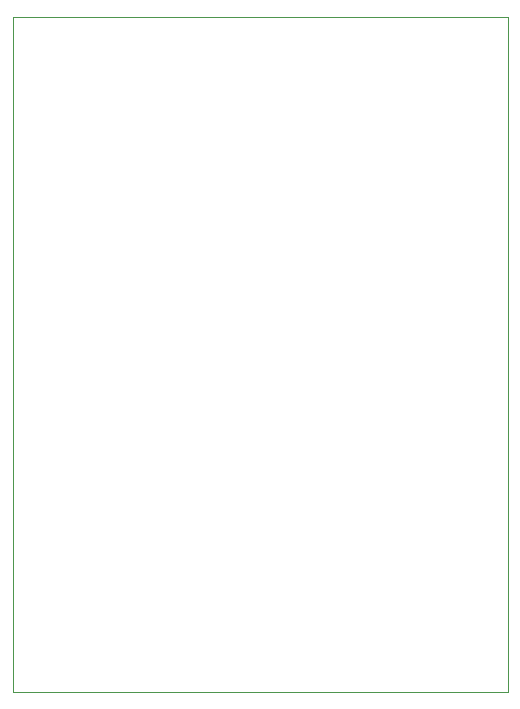
<source format=gbr>
%TF.GenerationSoftware,KiCad,Pcbnew,(5.1.7)-1*%
%TF.CreationDate,2021-01-12T16:12:08+01:00*%
%TF.ProjectId,slckb,736c636b-622e-46b6-9963-61645f706362,rev?*%
%TF.SameCoordinates,Original*%
%TF.FileFunction,Profile,NP*%
%FSLAX46Y46*%
G04 Gerber Fmt 4.6, Leading zero omitted, Abs format (unit mm)*
G04 Created by KiCad (PCBNEW (5.1.7)-1) date 2021-01-12 16:12:08*
%MOMM*%
%LPD*%
G01*
G04 APERTURE LIST*
%TA.AperFunction,Profile*%
%ADD10C,0.050000*%
%TD*%
G04 APERTURE END LIST*
D10*
X169545000Y-51435000D02*
X211455000Y-51435000D01*
X169545000Y-108585000D02*
X169545000Y-51435000D01*
X211455000Y-108585000D02*
X169545000Y-108585000D01*
X211455000Y-51435000D02*
X211455000Y-108585000D01*
M02*

</source>
